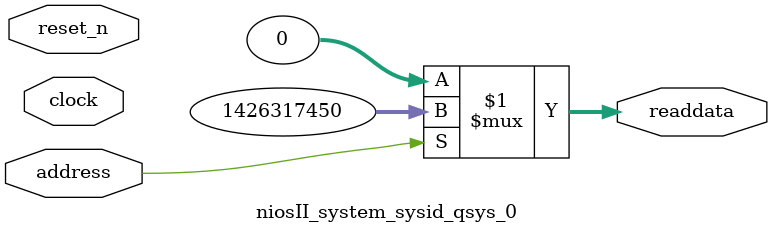
<source format=v>

`timescale 1ns / 1ps
// synthesis translate_on

// turn off superfluous verilog processor warnings 
// altera message_level Level1 
// altera message_off 10034 10035 10036 10037 10230 10240 10030 

module niosII_system_sysid_qsys_0 (
               // inputs:
                address,
                clock,
                reset_n,

               // outputs:
                readdata
             )
;

  output  [ 31: 0] readdata;
  input            address;
  input            clock;
  input            reset_n;

  wire    [ 31: 0] readdata;
  //control_slave, which is an e_avalon_slave
  assign readdata = address ? 1426317450 : 0;

endmodule




</source>
